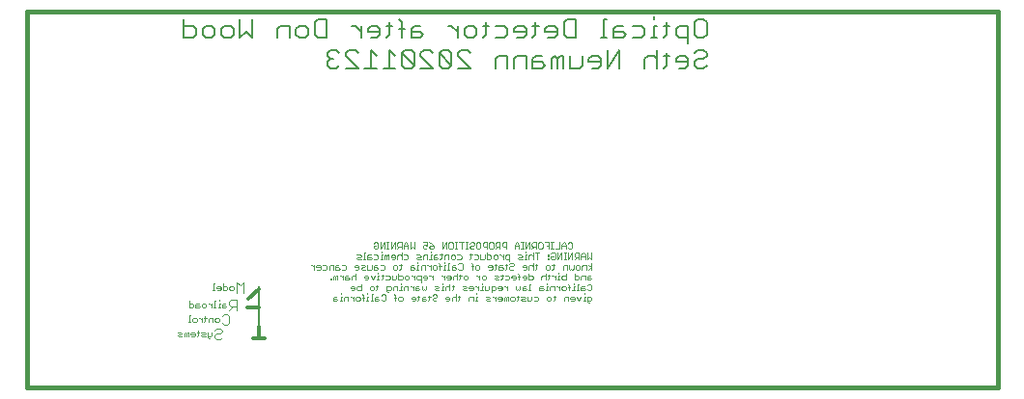
<source format=gbo>
G75*
%MOIN*%
%OFA0B0*%
%FSLAX25Y25*%
%IPPOS*%
%LPD*%
%AMOC8*
5,1,8,0,0,1.08239X$1,22.5*
%
%ADD10C,0.00700*%
%ADD11C,0.01600*%
%ADD12C,0.01200*%
%ADD13C,0.00500*%
%ADD14C,0.00300*%
%ADD15C,0.00200*%
D10*
X0056069Y0122650D02*
X0059222Y0122650D01*
X0060273Y0123701D01*
X0060273Y0125803D01*
X0059222Y0126854D01*
X0056069Y0126854D01*
X0056069Y0128955D02*
X0056069Y0122650D01*
X0062515Y0123701D02*
X0062515Y0125803D01*
X0063566Y0126854D01*
X0065668Y0126854D01*
X0066719Y0125803D01*
X0066719Y0123701D01*
X0065668Y0122650D01*
X0063566Y0122650D01*
X0062515Y0123701D01*
X0068960Y0123701D02*
X0068960Y0125803D01*
X0070011Y0126854D01*
X0072113Y0126854D01*
X0073164Y0125803D01*
X0073164Y0123701D01*
X0072113Y0122650D01*
X0070011Y0122650D01*
X0068960Y0123701D01*
X0075406Y0122650D02*
X0075406Y0128955D01*
X0079610Y0128955D02*
X0079610Y0122650D01*
X0077508Y0124752D01*
X0075406Y0122650D01*
X0088297Y0122650D02*
X0088297Y0125803D01*
X0089348Y0126854D01*
X0092501Y0126854D01*
X0092501Y0122650D01*
X0094742Y0123701D02*
X0094742Y0125803D01*
X0095793Y0126854D01*
X0097895Y0126854D01*
X0098946Y0125803D01*
X0098946Y0123701D01*
X0097895Y0122650D01*
X0095793Y0122650D01*
X0094742Y0123701D01*
X0101188Y0123701D02*
X0101188Y0127904D01*
X0102239Y0128955D01*
X0105392Y0128955D01*
X0105392Y0122650D01*
X0102239Y0122650D01*
X0101188Y0123701D01*
X0106536Y0118455D02*
X0105485Y0117404D01*
X0105485Y0116354D01*
X0106536Y0115303D01*
X0105485Y0114252D01*
X0105485Y0113201D01*
X0106536Y0112150D01*
X0108638Y0112150D01*
X0109689Y0113201D01*
X0111930Y0112150D02*
X0116134Y0112150D01*
X0111930Y0116354D01*
X0111930Y0117404D01*
X0112981Y0118455D01*
X0115083Y0118455D01*
X0116134Y0117404D01*
X0120478Y0118455D02*
X0120478Y0112150D01*
X0122580Y0112150D02*
X0118376Y0112150D01*
X0122580Y0116354D02*
X0120478Y0118455D01*
X0120501Y0122650D02*
X0122603Y0122650D01*
X0123654Y0123701D01*
X0123654Y0125803D01*
X0122603Y0126854D01*
X0120501Y0126854D01*
X0119450Y0125803D01*
X0119450Y0124752D01*
X0123654Y0124752D01*
X0125849Y0126854D02*
X0127951Y0126854D01*
X0126900Y0127904D02*
X0126900Y0123701D01*
X0125849Y0122650D01*
X0126923Y0118455D02*
X0126923Y0112150D01*
X0129025Y0112150D02*
X0124821Y0112150D01*
X0129025Y0116354D02*
X0126923Y0118455D01*
X0131267Y0117404D02*
X0131267Y0113201D01*
X0132318Y0112150D01*
X0134420Y0112150D01*
X0135471Y0113201D01*
X0131267Y0117404D01*
X0132318Y0118455D01*
X0134420Y0118455D01*
X0135471Y0117404D01*
X0135471Y0113201D01*
X0137712Y0112150D02*
X0141916Y0112150D01*
X0137712Y0116354D01*
X0137712Y0117404D01*
X0138763Y0118455D01*
X0140865Y0118455D01*
X0141916Y0117404D01*
X0144158Y0117404D02*
X0148362Y0113201D01*
X0147311Y0112150D01*
X0145209Y0112150D01*
X0144158Y0113201D01*
X0144158Y0117404D01*
X0145209Y0118455D01*
X0147311Y0118455D01*
X0148362Y0117404D01*
X0148362Y0113201D01*
X0150603Y0112150D02*
X0154807Y0112150D01*
X0150603Y0116354D01*
X0150603Y0117404D01*
X0151654Y0118455D01*
X0153756Y0118455D01*
X0154807Y0117404D01*
X0153803Y0122650D02*
X0152752Y0123701D01*
X0152752Y0125803D01*
X0153803Y0126854D01*
X0155905Y0126854D01*
X0156956Y0125803D01*
X0156956Y0123701D01*
X0155905Y0122650D01*
X0153803Y0122650D01*
X0150510Y0122650D02*
X0150510Y0126854D01*
X0150510Y0124752D02*
X0148408Y0126854D01*
X0147357Y0126854D01*
X0138693Y0123701D02*
X0137642Y0124752D01*
X0134490Y0124752D01*
X0134490Y0125803D02*
X0134490Y0122650D01*
X0137642Y0122650D01*
X0138693Y0123701D01*
X0137642Y0126854D02*
X0135541Y0126854D01*
X0134490Y0125803D01*
X0132248Y0125803D02*
X0130146Y0125803D01*
X0131197Y0127904D02*
X0130146Y0128955D01*
X0131197Y0127904D02*
X0131197Y0122650D01*
X0117208Y0122650D02*
X0117208Y0126854D01*
X0115107Y0126854D02*
X0117208Y0124752D01*
X0115107Y0126854D02*
X0114056Y0126854D01*
X0108638Y0118455D02*
X0106536Y0118455D01*
X0108638Y0118455D02*
X0109689Y0117404D01*
X0107587Y0115303D02*
X0106536Y0115303D01*
X0159151Y0122650D02*
X0160202Y0123701D01*
X0160202Y0127904D01*
X0161253Y0126854D02*
X0159151Y0126854D01*
X0163494Y0126854D02*
X0166647Y0126854D01*
X0167698Y0125803D01*
X0167698Y0123701D01*
X0166647Y0122650D01*
X0163494Y0122650D01*
X0164545Y0116354D02*
X0163494Y0115303D01*
X0163494Y0112150D01*
X0164545Y0116354D02*
X0167698Y0116354D01*
X0167698Y0112150D01*
X0169940Y0112150D02*
X0169940Y0115303D01*
X0170991Y0116354D01*
X0174144Y0116354D01*
X0174144Y0112150D01*
X0176385Y0112150D02*
X0179538Y0112150D01*
X0180589Y0113201D01*
X0179538Y0114252D01*
X0176385Y0114252D01*
X0176385Y0115303D02*
X0176385Y0112150D01*
X0176385Y0115303D02*
X0177436Y0116354D01*
X0179538Y0116354D01*
X0182831Y0115303D02*
X0182831Y0112150D01*
X0184933Y0112150D02*
X0184933Y0115303D01*
X0183882Y0116354D01*
X0182831Y0115303D01*
X0184933Y0115303D02*
X0185984Y0116354D01*
X0187035Y0116354D01*
X0187035Y0112150D01*
X0189276Y0112150D02*
X0189276Y0116354D01*
X0189276Y0112150D02*
X0192429Y0112150D01*
X0193480Y0113201D01*
X0193480Y0116354D01*
X0195722Y0115303D02*
X0196773Y0116354D01*
X0198875Y0116354D01*
X0199926Y0115303D01*
X0199926Y0113201D01*
X0198875Y0112150D01*
X0196773Y0112150D01*
X0195722Y0114252D02*
X0199926Y0114252D01*
X0202167Y0112150D02*
X0202167Y0118455D01*
X0202074Y0122650D02*
X0199972Y0122650D01*
X0201023Y0122650D02*
X0201023Y0128955D01*
X0202074Y0128955D01*
X0204316Y0125803D02*
X0204316Y0122650D01*
X0207469Y0122650D01*
X0208520Y0123701D01*
X0207469Y0124752D01*
X0204316Y0124752D01*
X0204316Y0125803D02*
X0205367Y0126854D01*
X0207469Y0126854D01*
X0210761Y0126854D02*
X0213914Y0126854D01*
X0214965Y0125803D01*
X0214965Y0123701D01*
X0213914Y0122650D01*
X0210761Y0122650D01*
X0206371Y0118455D02*
X0202167Y0112150D01*
X0206371Y0112150D02*
X0206371Y0118455D01*
X0215058Y0115303D02*
X0215058Y0112150D01*
X0215058Y0115303D02*
X0216109Y0116354D01*
X0218211Y0116354D01*
X0219262Y0115303D01*
X0221457Y0116354D02*
X0223559Y0116354D01*
X0222508Y0117404D02*
X0222508Y0113201D01*
X0221457Y0112150D01*
X0219262Y0112150D02*
X0219262Y0118455D01*
X0219262Y0122650D02*
X0217160Y0122650D01*
X0218211Y0122650D02*
X0218211Y0126854D01*
X0219262Y0126854D01*
X0221457Y0126854D02*
X0223559Y0126854D01*
X0222508Y0127904D02*
X0222508Y0123701D01*
X0221457Y0122650D01*
X0225801Y0123701D02*
X0225801Y0125803D01*
X0226852Y0126854D01*
X0230005Y0126854D01*
X0230005Y0120548D01*
X0230005Y0122650D02*
X0226852Y0122650D01*
X0225801Y0123701D01*
X0226852Y0116354D02*
X0225801Y0115303D01*
X0225801Y0114252D01*
X0230005Y0114252D01*
X0230005Y0115303D02*
X0228954Y0116354D01*
X0226852Y0116354D01*
X0230005Y0115303D02*
X0230005Y0113201D01*
X0228954Y0112150D01*
X0226852Y0112150D01*
X0232246Y0113201D02*
X0233297Y0112150D01*
X0235399Y0112150D01*
X0236450Y0113201D01*
X0235399Y0115303D02*
X0233297Y0115303D01*
X0232246Y0114252D01*
X0232246Y0113201D01*
X0235399Y0115303D02*
X0236450Y0116354D01*
X0236450Y0117404D01*
X0235399Y0118455D01*
X0233297Y0118455D01*
X0232246Y0117404D01*
X0233297Y0122650D02*
X0232246Y0123701D01*
X0232246Y0127904D01*
X0233297Y0128955D01*
X0235399Y0128955D01*
X0236450Y0127904D01*
X0236450Y0123701D01*
X0235399Y0122650D01*
X0233297Y0122650D01*
X0218211Y0128955D02*
X0218211Y0130006D01*
X0195722Y0115303D02*
X0195722Y0114252D01*
X0191332Y0122650D02*
X0188179Y0122650D01*
X0187128Y0123701D01*
X0187128Y0127904D01*
X0188179Y0128955D01*
X0191332Y0128955D01*
X0191332Y0122650D01*
X0184886Y0123701D02*
X0184886Y0125803D01*
X0183835Y0126854D01*
X0181733Y0126854D01*
X0180682Y0125803D01*
X0180682Y0124752D01*
X0184886Y0124752D01*
X0184886Y0123701D02*
X0183835Y0122650D01*
X0181733Y0122650D01*
X0177390Y0123701D02*
X0177390Y0127904D01*
X0178441Y0126854D02*
X0176339Y0126854D01*
X0174144Y0125803D02*
X0174144Y0123701D01*
X0173093Y0122650D01*
X0170991Y0122650D01*
X0169940Y0124752D02*
X0174144Y0124752D01*
X0174144Y0125803D02*
X0173093Y0126854D01*
X0170991Y0126854D01*
X0169940Y0125803D01*
X0169940Y0124752D01*
X0176339Y0122650D02*
X0177390Y0123701D01*
D11*
X0001800Y0131800D02*
X0001800Y0001800D01*
X0336800Y0001800D01*
X0336800Y0131800D01*
X0001800Y0131800D01*
D12*
X0081800Y0035800D02*
X0078300Y0032300D01*
X0077800Y0029300D02*
X0081800Y0029300D01*
X0081800Y0022800D02*
X0081800Y0018800D01*
X0079800Y0018800D01*
X0081800Y0018800D02*
X0083800Y0018800D01*
D13*
X0081800Y0022800D02*
X0081800Y0029300D01*
X0081800Y0035800D01*
X0081800Y0036800D01*
D14*
X0076650Y0038153D02*
X0075416Y0036919D01*
X0074181Y0038153D01*
X0074181Y0034450D01*
X0074150Y0032153D02*
X0072298Y0032153D01*
X0071681Y0031536D01*
X0071681Y0030302D01*
X0072298Y0029684D01*
X0074150Y0029684D01*
X0074150Y0028450D02*
X0074150Y0032153D01*
X0072916Y0029684D02*
X0071681Y0028450D01*
X0071033Y0027153D02*
X0071650Y0026536D01*
X0071650Y0024067D01*
X0071033Y0023450D01*
X0069798Y0023450D01*
X0069181Y0024067D01*
X0068533Y0022153D02*
X0069150Y0021536D01*
X0069150Y0020919D01*
X0068533Y0020302D01*
X0067298Y0020302D01*
X0066681Y0019684D01*
X0066681Y0019067D01*
X0067298Y0018450D01*
X0068533Y0018450D01*
X0069150Y0019067D01*
X0068533Y0022153D02*
X0067298Y0022153D01*
X0066681Y0021536D01*
X0069181Y0026536D02*
X0069798Y0027153D01*
X0071033Y0027153D01*
X0076650Y0034450D02*
X0076650Y0038153D01*
D15*
X0073200Y0036501D02*
X0073200Y0035767D01*
X0072833Y0035400D01*
X0072099Y0035400D01*
X0071732Y0035767D01*
X0071732Y0036501D01*
X0072099Y0036868D01*
X0072833Y0036868D01*
X0073200Y0036501D01*
X0070990Y0036501D02*
X0070623Y0036868D01*
X0069522Y0036868D01*
X0069522Y0037602D02*
X0069522Y0035400D01*
X0070623Y0035400D01*
X0070990Y0035767D01*
X0070990Y0036501D01*
X0068780Y0036501D02*
X0068413Y0036868D01*
X0067679Y0036868D01*
X0067312Y0036501D01*
X0067312Y0036134D01*
X0068780Y0036134D01*
X0068780Y0035767D02*
X0068780Y0036501D01*
X0068780Y0035767D02*
X0068413Y0035400D01*
X0067679Y0035400D01*
X0066570Y0035400D02*
X0065836Y0035400D01*
X0066203Y0035400D02*
X0066203Y0037602D01*
X0066570Y0037602D01*
X0068123Y0031969D02*
X0068123Y0031602D01*
X0068123Y0030868D02*
X0068123Y0029400D01*
X0068490Y0029400D02*
X0067756Y0029400D01*
X0067017Y0029400D02*
X0066283Y0029400D01*
X0066650Y0029400D02*
X0066650Y0031602D01*
X0067017Y0031602D01*
X0068123Y0030868D02*
X0068490Y0030868D01*
X0069232Y0030501D02*
X0069232Y0029400D01*
X0070333Y0029400D01*
X0070700Y0029767D01*
X0070333Y0030134D01*
X0069232Y0030134D01*
X0069232Y0030501D02*
X0069599Y0030868D01*
X0070333Y0030868D01*
X0065544Y0030868D02*
X0065544Y0029400D01*
X0065544Y0030134D02*
X0064810Y0030868D01*
X0064443Y0030868D01*
X0063702Y0030501D02*
X0063702Y0029767D01*
X0063335Y0029400D01*
X0062601Y0029400D01*
X0062234Y0029767D01*
X0062234Y0030501D01*
X0062601Y0030868D01*
X0063335Y0030868D01*
X0063702Y0030501D01*
X0061492Y0029767D02*
X0061125Y0030134D01*
X0060024Y0030134D01*
X0060024Y0030501D02*
X0060024Y0029400D01*
X0061125Y0029400D01*
X0061492Y0029767D01*
X0061125Y0030868D02*
X0060391Y0030868D01*
X0060024Y0030501D01*
X0059282Y0030501D02*
X0059282Y0029767D01*
X0058915Y0029400D01*
X0057814Y0029400D01*
X0057814Y0031602D01*
X0057814Y0030868D02*
X0058915Y0030868D01*
X0059282Y0030501D01*
X0058256Y0026602D02*
X0057889Y0026602D01*
X0057889Y0024400D01*
X0058256Y0024400D02*
X0057522Y0024400D01*
X0058998Y0024767D02*
X0058998Y0025501D01*
X0059364Y0025868D01*
X0060098Y0025868D01*
X0060465Y0025501D01*
X0060465Y0024767D01*
X0060098Y0024400D01*
X0059364Y0024400D01*
X0058998Y0024767D01*
X0061206Y0025868D02*
X0061573Y0025868D01*
X0062307Y0025134D01*
X0062307Y0024400D02*
X0062307Y0025868D01*
X0063046Y0025868D02*
X0063780Y0025868D01*
X0063413Y0026235D02*
X0063413Y0024767D01*
X0063046Y0024400D01*
X0064522Y0024400D02*
X0064522Y0025501D01*
X0064889Y0025868D01*
X0065990Y0025868D01*
X0065990Y0024400D01*
X0066732Y0024767D02*
X0066732Y0025501D01*
X0067099Y0025868D01*
X0067833Y0025868D01*
X0068200Y0025501D01*
X0068200Y0024767D01*
X0067833Y0024400D01*
X0067099Y0024400D01*
X0066732Y0024767D01*
X0065700Y0020868D02*
X0065700Y0019767D01*
X0065333Y0019400D01*
X0064232Y0019400D01*
X0064232Y0019033D02*
X0064599Y0018666D01*
X0064966Y0018666D01*
X0064232Y0019033D02*
X0064232Y0020868D01*
X0063490Y0020501D02*
X0063123Y0020868D01*
X0062022Y0020868D01*
X0061280Y0020868D02*
X0060546Y0020868D01*
X0060913Y0021235D02*
X0060913Y0019767D01*
X0060546Y0019400D01*
X0059807Y0019767D02*
X0059807Y0020501D01*
X0059440Y0020868D01*
X0058706Y0020868D01*
X0058339Y0020501D01*
X0058339Y0020134D01*
X0059807Y0020134D01*
X0059807Y0019767D02*
X0059440Y0019400D01*
X0058706Y0019400D01*
X0057597Y0019400D02*
X0057597Y0020868D01*
X0057230Y0020868D01*
X0056863Y0020501D01*
X0056496Y0020868D01*
X0056129Y0020501D01*
X0056129Y0019400D01*
X0056863Y0019400D02*
X0056863Y0020501D01*
X0055387Y0020501D02*
X0055020Y0020868D01*
X0053919Y0020868D01*
X0054286Y0020134D02*
X0055020Y0020134D01*
X0055387Y0020501D01*
X0055387Y0019400D02*
X0054286Y0019400D01*
X0053919Y0019767D01*
X0054286Y0020134D01*
X0062022Y0019767D02*
X0062389Y0020134D01*
X0063123Y0020134D01*
X0063490Y0020501D01*
X0063490Y0019400D02*
X0062389Y0019400D01*
X0062022Y0019767D01*
X0099838Y0043968D02*
X0100205Y0043968D01*
X0100939Y0043234D01*
X0100939Y0042500D02*
X0100939Y0043968D01*
X0101681Y0043601D02*
X0101681Y0043234D01*
X0103148Y0043234D01*
X0103148Y0043601D02*
X0102781Y0043968D01*
X0102047Y0043968D01*
X0101681Y0043601D01*
X0102047Y0042500D02*
X0102781Y0042500D01*
X0103148Y0042867D01*
X0103148Y0043601D01*
X0103890Y0043968D02*
X0104991Y0043968D01*
X0105358Y0043601D01*
X0105358Y0042867D01*
X0104991Y0042500D01*
X0103890Y0042500D01*
X0106100Y0042500D02*
X0106100Y0043601D01*
X0106467Y0043968D01*
X0107568Y0043968D01*
X0107568Y0042500D01*
X0108310Y0042500D02*
X0108310Y0043601D01*
X0108677Y0043968D01*
X0109411Y0043968D01*
X0109411Y0043234D02*
X0108310Y0043234D01*
X0108310Y0042500D02*
X0109411Y0042500D01*
X0109778Y0042867D01*
X0109411Y0043234D01*
X0110520Y0043968D02*
X0111621Y0043968D01*
X0111988Y0043601D01*
X0111988Y0042867D01*
X0111621Y0042500D01*
X0110520Y0042500D01*
X0110883Y0040368D02*
X0110883Y0038900D01*
X0110883Y0039634D02*
X0110149Y0040368D01*
X0109782Y0040368D01*
X0109041Y0040368D02*
X0108674Y0040368D01*
X0108307Y0040001D01*
X0107940Y0040368D01*
X0107573Y0040001D01*
X0107573Y0038900D01*
X0108307Y0038900D02*
X0108307Y0040001D01*
X0109041Y0040368D02*
X0109041Y0038900D01*
X0106832Y0038900D02*
X0106465Y0038900D01*
X0106465Y0039267D01*
X0106832Y0039267D01*
X0106832Y0038900D01*
X0111625Y0038900D02*
X0112726Y0038900D01*
X0113093Y0039267D01*
X0112726Y0039634D01*
X0111625Y0039634D01*
X0111625Y0040001D02*
X0111625Y0038900D01*
X0111625Y0040001D02*
X0111992Y0040368D01*
X0112726Y0040368D01*
X0113835Y0040001D02*
X0113835Y0038900D01*
X0113835Y0040001D02*
X0114202Y0040368D01*
X0114936Y0040368D01*
X0115303Y0040001D01*
X0115303Y0041102D02*
X0115303Y0038900D01*
X0114567Y0036768D02*
X0113834Y0036768D01*
X0113467Y0036401D01*
X0113467Y0036034D01*
X0114934Y0036034D01*
X0114934Y0036401D02*
X0114567Y0036768D01*
X0114934Y0036401D02*
X0114934Y0035667D01*
X0114567Y0035300D01*
X0113834Y0035300D01*
X0115676Y0035667D02*
X0115676Y0036401D01*
X0116043Y0036768D01*
X0117144Y0036768D01*
X0117144Y0037502D02*
X0117144Y0035300D01*
X0116043Y0035300D01*
X0115676Y0035667D01*
X0115675Y0033168D02*
X0116409Y0033168D01*
X0116776Y0032801D01*
X0116776Y0032067D01*
X0116409Y0031700D01*
X0115675Y0031700D01*
X0115308Y0032067D01*
X0115308Y0032801D01*
X0115675Y0033168D01*
X0114566Y0033168D02*
X0114566Y0031700D01*
X0114566Y0032434D02*
X0113832Y0033168D01*
X0113465Y0033168D01*
X0112725Y0033168D02*
X0111624Y0033168D01*
X0111257Y0032801D01*
X0111257Y0031700D01*
X0110515Y0031700D02*
X0109781Y0031700D01*
X0110148Y0031700D02*
X0110148Y0033168D01*
X0110515Y0033168D01*
X0110148Y0033902D02*
X0110148Y0034269D01*
X0108674Y0033168D02*
X0107941Y0033168D01*
X0107574Y0032801D01*
X0107574Y0031700D01*
X0108674Y0031700D01*
X0109041Y0032067D01*
X0108674Y0032434D01*
X0107574Y0032434D01*
X0112725Y0031700D02*
X0112725Y0033168D01*
X0117515Y0032801D02*
X0118249Y0032801D01*
X0117882Y0033535D02*
X0117515Y0033902D01*
X0117882Y0033535D02*
X0117882Y0031700D01*
X0118989Y0031700D02*
X0119723Y0031700D01*
X0119356Y0031700D02*
X0119356Y0033168D01*
X0119723Y0033168D01*
X0119356Y0033902D02*
X0119356Y0034269D01*
X0120463Y0035300D02*
X0120096Y0035667D01*
X0120096Y0036401D01*
X0120463Y0036768D01*
X0121197Y0036768D01*
X0121564Y0036401D01*
X0121564Y0035667D01*
X0121197Y0035300D01*
X0120463Y0035300D01*
X0120829Y0033902D02*
X0120829Y0031700D01*
X0121196Y0031700D02*
X0120462Y0031700D01*
X0121938Y0031700D02*
X0123039Y0031700D01*
X0123406Y0032067D01*
X0123039Y0032434D01*
X0121938Y0032434D01*
X0121938Y0032801D02*
X0121938Y0031700D01*
X0121938Y0032801D02*
X0122305Y0033168D01*
X0123039Y0033168D01*
X0124148Y0033535D02*
X0124515Y0033902D01*
X0125249Y0033902D01*
X0125616Y0033535D01*
X0125616Y0032067D01*
X0125249Y0031700D01*
X0124515Y0031700D01*
X0124148Y0032067D01*
X0126356Y0034566D02*
X0125989Y0034933D01*
X0125989Y0036768D01*
X0127090Y0036768D01*
X0127457Y0036401D01*
X0127457Y0035667D01*
X0127090Y0035300D01*
X0125989Y0035300D01*
X0126356Y0034566D02*
X0126723Y0034566D01*
X0128199Y0035300D02*
X0128199Y0036401D01*
X0128566Y0036768D01*
X0129667Y0036768D01*
X0129667Y0035300D01*
X0130406Y0035300D02*
X0131140Y0035300D01*
X0130773Y0035300D02*
X0130773Y0036768D01*
X0131140Y0036768D01*
X0130773Y0037502D02*
X0130773Y0037869D01*
X0131142Y0038900D02*
X0130041Y0038900D01*
X0130041Y0041102D01*
X0130041Y0040368D02*
X0131142Y0040368D01*
X0131509Y0040001D01*
X0131509Y0039267D01*
X0131142Y0038900D01*
X0132250Y0039267D02*
X0132250Y0040001D01*
X0132617Y0040368D01*
X0133351Y0040368D01*
X0133718Y0040001D01*
X0133718Y0039267D01*
X0133351Y0038900D01*
X0132617Y0038900D01*
X0132250Y0039267D01*
X0134459Y0040368D02*
X0134826Y0040368D01*
X0135560Y0039634D01*
X0135560Y0038900D02*
X0135560Y0040368D01*
X0136302Y0040001D02*
X0136302Y0039267D01*
X0136669Y0038900D01*
X0137770Y0038900D01*
X0137770Y0038166D02*
X0137770Y0040368D01*
X0136669Y0040368D01*
X0136302Y0040001D01*
X0138512Y0040001D02*
X0138512Y0039634D01*
X0139980Y0039634D01*
X0139980Y0040001D02*
X0139613Y0040368D01*
X0138879Y0040368D01*
X0138512Y0040001D01*
X0138879Y0038900D02*
X0139613Y0038900D01*
X0139980Y0039267D01*
X0139980Y0040001D01*
X0140720Y0040368D02*
X0141087Y0040368D01*
X0141821Y0039634D01*
X0141821Y0038900D02*
X0141821Y0040368D01*
X0142194Y0042500D02*
X0141827Y0042867D01*
X0141827Y0043601D01*
X0142194Y0043968D01*
X0142928Y0043968D01*
X0143295Y0043601D01*
X0143295Y0042867D01*
X0142928Y0042500D01*
X0142194Y0042500D01*
X0141085Y0042500D02*
X0141085Y0043968D01*
X0141085Y0043234D02*
X0140351Y0043968D01*
X0139984Y0043968D01*
X0139243Y0043968D02*
X0138142Y0043968D01*
X0137775Y0043601D01*
X0137775Y0042500D01*
X0137033Y0042500D02*
X0136299Y0042500D01*
X0136666Y0042500D02*
X0136666Y0043968D01*
X0137033Y0043968D01*
X0136666Y0044702D02*
X0136666Y0045069D01*
X0136669Y0046100D02*
X0136302Y0046467D01*
X0136669Y0046834D01*
X0137403Y0046834D01*
X0137770Y0047201D01*
X0137403Y0047568D01*
X0136302Y0047568D01*
X0136669Y0046100D02*
X0137770Y0046100D01*
X0138512Y0046100D02*
X0138512Y0047201D01*
X0138879Y0047568D01*
X0139980Y0047568D01*
X0139980Y0046100D01*
X0140719Y0046100D02*
X0141453Y0046100D01*
X0141086Y0046100D02*
X0141086Y0047568D01*
X0141453Y0047568D01*
X0141086Y0048302D02*
X0141086Y0048669D01*
X0141089Y0049700D02*
X0140722Y0050067D01*
X0140722Y0050434D01*
X0141089Y0050801D01*
X0142190Y0050801D01*
X0142190Y0050067D01*
X0141823Y0049700D01*
X0141089Y0049700D01*
X0139980Y0050067D02*
X0139613Y0049700D01*
X0138879Y0049700D01*
X0138512Y0050067D01*
X0138512Y0050801D01*
X0138879Y0051168D01*
X0139246Y0051168D01*
X0139980Y0050801D01*
X0139980Y0051902D01*
X0138512Y0051902D01*
X0140722Y0051902D02*
X0141456Y0051535D01*
X0142190Y0050801D01*
X0145141Y0049700D02*
X0145141Y0051902D01*
X0146609Y0051902D02*
X0145141Y0049700D01*
X0146609Y0049700D02*
X0146609Y0051902D01*
X0147351Y0051535D02*
X0147718Y0051902D01*
X0148452Y0051902D01*
X0148819Y0051535D01*
X0148819Y0050067D01*
X0148452Y0049700D01*
X0147718Y0049700D01*
X0147351Y0050067D01*
X0147351Y0051535D01*
X0149559Y0051902D02*
X0150293Y0051902D01*
X0149926Y0051902D02*
X0149926Y0049700D01*
X0150293Y0049700D02*
X0149559Y0049700D01*
X0149189Y0047568D02*
X0149556Y0047201D01*
X0149556Y0046467D01*
X0149189Y0046100D01*
X0148455Y0046100D01*
X0148088Y0046467D01*
X0148088Y0047201D01*
X0148455Y0047568D01*
X0149189Y0047568D01*
X0150298Y0047568D02*
X0151399Y0047568D01*
X0151766Y0047201D01*
X0151766Y0046467D01*
X0151399Y0046100D01*
X0150298Y0046100D01*
X0151033Y0044702D02*
X0151767Y0044702D01*
X0152134Y0044335D01*
X0152134Y0042867D01*
X0151767Y0042500D01*
X0151033Y0042500D01*
X0150666Y0042867D01*
X0149924Y0042867D02*
X0149557Y0043234D01*
X0148456Y0043234D01*
X0148456Y0043601D02*
X0148456Y0042500D01*
X0149557Y0042500D01*
X0149924Y0042867D01*
X0149557Y0043968D02*
X0148823Y0043968D01*
X0148456Y0043601D01*
X0147714Y0044702D02*
X0147347Y0044702D01*
X0147347Y0042500D01*
X0147714Y0042500D02*
X0146980Y0042500D01*
X0146241Y0042500D02*
X0145507Y0042500D01*
X0145874Y0042500D02*
X0145874Y0043968D01*
X0146241Y0043968D01*
X0145874Y0044702D02*
X0145874Y0045069D01*
X0145878Y0046100D02*
X0145878Y0047201D01*
X0146245Y0047568D01*
X0147346Y0047568D01*
X0147346Y0046100D01*
X0144769Y0046467D02*
X0144769Y0047935D01*
X0145136Y0047568D02*
X0144402Y0047568D01*
X0143296Y0047568D02*
X0142562Y0047568D01*
X0142195Y0047201D01*
X0142195Y0046100D01*
X0143296Y0046100D01*
X0143663Y0046467D01*
X0143296Y0046834D01*
X0142195Y0046834D01*
X0144402Y0046100D02*
X0144769Y0046467D01*
X0144034Y0044702D02*
X0144401Y0044335D01*
X0144401Y0042500D01*
X0144768Y0043601D02*
X0144034Y0043601D01*
X0144772Y0040368D02*
X0145139Y0040368D01*
X0145873Y0039634D01*
X0145873Y0038900D02*
X0145873Y0040368D01*
X0146615Y0040001D02*
X0146615Y0039634D01*
X0148083Y0039634D01*
X0148083Y0040001D02*
X0147716Y0040368D01*
X0146982Y0040368D01*
X0146615Y0040001D01*
X0146982Y0038900D02*
X0147716Y0038900D01*
X0148083Y0039267D01*
X0148083Y0040001D01*
X0148825Y0040001D02*
X0148825Y0038900D01*
X0148825Y0040001D02*
X0149192Y0040368D01*
X0149926Y0040368D01*
X0150293Y0040001D01*
X0151032Y0040368D02*
X0151766Y0040368D01*
X0151399Y0040735D02*
X0151399Y0039267D01*
X0151032Y0038900D01*
X0150293Y0038900D02*
X0150293Y0041102D01*
X0152508Y0040001D02*
X0152875Y0040368D01*
X0153609Y0040368D01*
X0153976Y0040001D01*
X0153976Y0039267D01*
X0153609Y0038900D01*
X0152875Y0038900D01*
X0152508Y0039267D01*
X0152508Y0040001D01*
X0152139Y0036768D02*
X0153240Y0036768D01*
X0153607Y0036401D01*
X0153240Y0036034D01*
X0152506Y0036034D01*
X0152139Y0035667D01*
X0152506Y0035300D01*
X0153607Y0035300D01*
X0154349Y0036034D02*
X0155817Y0036034D01*
X0155817Y0036401D02*
X0155450Y0036768D01*
X0154716Y0036768D01*
X0154349Y0036401D01*
X0154349Y0036034D01*
X0154716Y0035300D02*
X0155450Y0035300D01*
X0155817Y0035667D01*
X0155817Y0036401D01*
X0156558Y0036768D02*
X0156925Y0036768D01*
X0157659Y0036034D01*
X0157659Y0035300D02*
X0157659Y0036768D01*
X0158765Y0036768D02*
X0158765Y0035300D01*
X0159132Y0035300D02*
X0158398Y0035300D01*
X0159874Y0035300D02*
X0159874Y0036768D01*
X0159132Y0036768D02*
X0158765Y0036768D01*
X0158765Y0037502D02*
X0158765Y0037869D01*
X0159136Y0038900D02*
X0158769Y0039267D01*
X0158769Y0040001D01*
X0159136Y0040368D01*
X0159870Y0040368D01*
X0160237Y0040001D01*
X0160237Y0039267D01*
X0159870Y0038900D01*
X0159136Y0038900D01*
X0158027Y0038900D02*
X0158027Y0040368D01*
X0157293Y0040368D02*
X0156926Y0040368D01*
X0157293Y0040368D02*
X0158027Y0039634D01*
X0157660Y0042500D02*
X0158027Y0042867D01*
X0158027Y0043601D01*
X0157660Y0043968D01*
X0156926Y0043968D01*
X0156559Y0043601D01*
X0156559Y0042867D01*
X0156926Y0042500D01*
X0157660Y0042500D01*
X0155817Y0043601D02*
X0155083Y0043601D01*
X0155450Y0044335D02*
X0155083Y0044702D01*
X0155450Y0044335D02*
X0155450Y0042500D01*
X0154715Y0046100D02*
X0155082Y0046467D01*
X0155082Y0047935D01*
X0155449Y0047568D02*
X0154715Y0047568D01*
X0156191Y0047568D02*
X0157292Y0047568D01*
X0157659Y0047201D01*
X0157659Y0046467D01*
X0157292Y0046100D01*
X0156191Y0046100D01*
X0158401Y0046100D02*
X0158401Y0047568D01*
X0159869Y0047568D02*
X0159869Y0046467D01*
X0159502Y0046100D01*
X0158401Y0046100D01*
X0160611Y0046100D02*
X0160611Y0048302D01*
X0160611Y0047568D02*
X0161712Y0047568D01*
X0162079Y0047201D01*
X0162079Y0046467D01*
X0161712Y0046100D01*
X0160611Y0046100D01*
X0162821Y0046467D02*
X0162821Y0047201D01*
X0163188Y0047568D01*
X0163921Y0047568D01*
X0164288Y0047201D01*
X0164288Y0046467D01*
X0163921Y0046100D01*
X0163188Y0046100D01*
X0162821Y0046467D01*
X0163553Y0044335D02*
X0163553Y0042867D01*
X0163186Y0042500D01*
X0162447Y0042867D02*
X0162447Y0043601D01*
X0162080Y0043968D01*
X0161346Y0043968D01*
X0160979Y0043601D01*
X0160979Y0043234D01*
X0162447Y0043234D01*
X0162447Y0042867D02*
X0162080Y0042500D01*
X0161346Y0042500D01*
X0163186Y0043968D02*
X0163920Y0043968D01*
X0164662Y0043601D02*
X0164662Y0042500D01*
X0165763Y0042500D01*
X0166130Y0042867D01*
X0165763Y0043234D01*
X0164662Y0043234D01*
X0164662Y0043601D02*
X0165029Y0043968D01*
X0165763Y0043968D01*
X0166869Y0043968D02*
X0167603Y0043968D01*
X0167236Y0044335D02*
X0167236Y0042867D01*
X0166869Y0042500D01*
X0168345Y0042867D02*
X0168345Y0043234D01*
X0168712Y0043601D01*
X0169446Y0043601D01*
X0169813Y0043968D01*
X0169813Y0044335D01*
X0169446Y0044702D01*
X0168712Y0044702D01*
X0168345Y0044335D01*
X0168340Y0045366D02*
X0168340Y0047568D01*
X0167239Y0047568D01*
X0166872Y0047201D01*
X0166872Y0046467D01*
X0167239Y0046100D01*
X0168340Y0046100D01*
X0166130Y0046100D02*
X0166130Y0047568D01*
X0165396Y0047568D02*
X0165029Y0047568D01*
X0165396Y0047568D02*
X0166130Y0046834D01*
X0165025Y0049700D02*
X0165025Y0051902D01*
X0163924Y0051902D01*
X0163557Y0051535D01*
X0163557Y0050801D01*
X0163924Y0050434D01*
X0165025Y0050434D01*
X0164291Y0050434D02*
X0163557Y0049700D01*
X0162815Y0050067D02*
X0162448Y0049700D01*
X0161714Y0049700D01*
X0161347Y0050067D01*
X0161347Y0051535D01*
X0161714Y0051902D01*
X0162448Y0051902D01*
X0162815Y0051535D01*
X0162815Y0050067D01*
X0160605Y0050434D02*
X0159504Y0050434D01*
X0159137Y0050801D01*
X0159137Y0051535D01*
X0159504Y0051902D01*
X0160605Y0051902D01*
X0160605Y0049700D01*
X0158395Y0050067D02*
X0158395Y0051535D01*
X0158028Y0051902D01*
X0157294Y0051902D01*
X0156928Y0051535D01*
X0156928Y0050067D01*
X0157294Y0049700D01*
X0158028Y0049700D01*
X0158395Y0050067D01*
X0156186Y0050067D02*
X0155819Y0049700D01*
X0155085Y0049700D01*
X0154718Y0050067D01*
X0154718Y0050434D01*
X0155085Y0050801D01*
X0155819Y0050801D01*
X0156186Y0051168D01*
X0156186Y0051535D01*
X0155819Y0051902D01*
X0155085Y0051902D01*
X0154718Y0051535D01*
X0153976Y0051902D02*
X0153242Y0051902D01*
X0153609Y0051902D02*
X0153609Y0049700D01*
X0153976Y0049700D02*
X0153242Y0049700D01*
X0151768Y0049700D02*
X0151768Y0051902D01*
X0152502Y0051902D02*
X0151034Y0051902D01*
X0151033Y0044702D02*
X0150666Y0044335D01*
X0148821Y0037135D02*
X0148821Y0035667D01*
X0148454Y0035300D01*
X0147714Y0035300D02*
X0147714Y0037502D01*
X0147347Y0036768D02*
X0146613Y0036768D01*
X0146246Y0036401D01*
X0146246Y0035300D01*
X0145504Y0035300D02*
X0144770Y0035300D01*
X0145137Y0035300D02*
X0145137Y0036768D01*
X0145504Y0036768D01*
X0145137Y0037502D02*
X0145137Y0037869D01*
X0144031Y0036401D02*
X0143664Y0036768D01*
X0142563Y0036768D01*
X0142930Y0036034D02*
X0143664Y0036034D01*
X0144031Y0036401D01*
X0144031Y0035300D02*
X0142930Y0035300D01*
X0142563Y0035667D01*
X0142930Y0036034D01*
X0142928Y0033902D02*
X0143295Y0033535D01*
X0143295Y0033168D01*
X0142928Y0032801D01*
X0142194Y0032801D01*
X0141827Y0032434D01*
X0141827Y0032067D01*
X0142194Y0031700D01*
X0142928Y0031700D01*
X0143295Y0032067D01*
X0142928Y0033902D02*
X0142194Y0033902D01*
X0141827Y0033535D01*
X0141085Y0033168D02*
X0140351Y0033168D01*
X0140718Y0033535D02*
X0140718Y0032067D01*
X0140351Y0031700D01*
X0139611Y0032067D02*
X0139244Y0032434D01*
X0138144Y0032434D01*
X0138144Y0032801D02*
X0138144Y0031700D01*
X0139244Y0031700D01*
X0139611Y0032067D01*
X0139244Y0033168D02*
X0138511Y0033168D01*
X0138144Y0032801D01*
X0137402Y0033168D02*
X0136668Y0033168D01*
X0137035Y0033535D02*
X0137035Y0032067D01*
X0136668Y0031700D01*
X0135928Y0032067D02*
X0135928Y0032801D01*
X0135561Y0033168D01*
X0134827Y0033168D01*
X0134460Y0032801D01*
X0134460Y0032434D01*
X0135928Y0032434D01*
X0135928Y0032067D02*
X0135561Y0031700D01*
X0134827Y0031700D01*
X0131509Y0032067D02*
X0131142Y0031700D01*
X0130408Y0031700D01*
X0130041Y0032067D01*
X0130041Y0032801D01*
X0130408Y0033168D01*
X0131142Y0033168D01*
X0131509Y0032801D01*
X0131509Y0032067D01*
X0129299Y0032801D02*
X0128565Y0032801D01*
X0128932Y0033535D02*
X0128565Y0033902D01*
X0128932Y0033535D02*
X0128932Y0031700D01*
X0131882Y0035300D02*
X0131882Y0036401D01*
X0132249Y0036768D01*
X0133350Y0036768D01*
X0133350Y0035300D01*
X0134091Y0036768D02*
X0134458Y0036768D01*
X0135192Y0036034D01*
X0135192Y0035300D02*
X0135192Y0036768D01*
X0135934Y0036401D02*
X0135934Y0035300D01*
X0137035Y0035300D01*
X0137402Y0035667D01*
X0137035Y0036034D01*
X0135934Y0036034D01*
X0135934Y0036401D02*
X0136301Y0036768D01*
X0137035Y0036768D01*
X0138144Y0036768D02*
X0138144Y0035667D01*
X0138510Y0035300D01*
X0138877Y0035667D01*
X0139244Y0035300D01*
X0139611Y0035667D01*
X0139611Y0036768D01*
X0139243Y0042500D02*
X0139243Y0043968D01*
X0135560Y0042867D02*
X0135193Y0043234D01*
X0134092Y0043234D01*
X0134092Y0043601D02*
X0134092Y0042500D01*
X0135193Y0042500D01*
X0135560Y0042867D01*
X0135193Y0043968D02*
X0134459Y0043968D01*
X0134092Y0043601D01*
X0132983Y0046100D02*
X0131882Y0046100D01*
X0131140Y0046100D02*
X0131140Y0048302D01*
X0130773Y0047568D02*
X0130039Y0047568D01*
X0129672Y0047201D01*
X0129672Y0046100D01*
X0128930Y0046467D02*
X0128930Y0047201D01*
X0128563Y0047568D01*
X0127829Y0047568D01*
X0127462Y0047201D01*
X0127462Y0046834D01*
X0128930Y0046834D01*
X0128930Y0046467D02*
X0128563Y0046100D01*
X0127829Y0046100D01*
X0126720Y0046100D02*
X0126720Y0047568D01*
X0126354Y0047568D01*
X0125987Y0047201D01*
X0125620Y0047568D01*
X0125253Y0047201D01*
X0125253Y0046100D01*
X0125987Y0046100D02*
X0125987Y0047201D01*
X0124511Y0047568D02*
X0124144Y0047568D01*
X0124144Y0046100D01*
X0124511Y0046100D02*
X0123777Y0046100D01*
X0123037Y0046467D02*
X0122670Y0046100D01*
X0121569Y0046100D01*
X0120827Y0046467D02*
X0120460Y0046834D01*
X0119360Y0046834D01*
X0119360Y0047201D02*
X0119360Y0046100D01*
X0120460Y0046100D01*
X0120827Y0046467D01*
X0120460Y0047568D02*
X0119727Y0047568D01*
X0119360Y0047201D01*
X0118618Y0048302D02*
X0118251Y0048302D01*
X0118251Y0046100D01*
X0118618Y0046100D02*
X0117884Y0046100D01*
X0117144Y0046100D02*
X0116043Y0046100D01*
X0115676Y0046467D01*
X0116043Y0046834D01*
X0116777Y0046834D01*
X0117144Y0047201D01*
X0116777Y0047568D01*
X0115676Y0047568D01*
X0116041Y0043968D02*
X0115307Y0043968D01*
X0114940Y0043601D01*
X0114940Y0043234D01*
X0116408Y0043234D01*
X0116408Y0043601D02*
X0116041Y0043968D01*
X0116408Y0043601D02*
X0116408Y0042867D01*
X0116041Y0042500D01*
X0115307Y0042500D01*
X0117150Y0042867D02*
X0117517Y0043234D01*
X0118251Y0043234D01*
X0118618Y0043601D01*
X0118251Y0043968D01*
X0117150Y0043968D01*
X0117150Y0042867D02*
X0117517Y0042500D01*
X0118618Y0042500D01*
X0119360Y0042500D02*
X0119360Y0043968D01*
X0120827Y0043968D02*
X0120827Y0042867D01*
X0120460Y0042500D01*
X0119360Y0042500D01*
X0119356Y0040368D02*
X0118622Y0040368D01*
X0118255Y0040001D01*
X0118255Y0039634D01*
X0119723Y0039634D01*
X0119723Y0040001D02*
X0119356Y0040368D01*
X0119723Y0040001D02*
X0119723Y0039267D01*
X0119356Y0038900D01*
X0118622Y0038900D01*
X0120464Y0040368D02*
X0121198Y0038900D01*
X0121932Y0040368D01*
X0123039Y0040368D02*
X0123039Y0038900D01*
X0123406Y0038900D02*
X0122672Y0038900D01*
X0124145Y0038900D02*
X0124512Y0039267D01*
X0124512Y0040735D01*
X0124879Y0040368D02*
X0124145Y0040368D01*
X0123406Y0040368D02*
X0123039Y0040368D01*
X0123039Y0041102D02*
X0123039Y0041469D01*
X0122670Y0042500D02*
X0123037Y0042867D01*
X0122670Y0043234D01*
X0121569Y0043234D01*
X0121569Y0043601D02*
X0121569Y0042500D01*
X0122670Y0042500D01*
X0123779Y0042500D02*
X0124880Y0042500D01*
X0125247Y0042867D01*
X0125247Y0043601D01*
X0124880Y0043968D01*
X0123779Y0043968D01*
X0122670Y0043968D02*
X0121936Y0043968D01*
X0121569Y0043601D01*
X0123037Y0046467D02*
X0123037Y0047201D01*
X0122670Y0047568D01*
X0121569Y0047568D01*
X0121936Y0049700D02*
X0121569Y0050067D01*
X0121569Y0050801D01*
X0122303Y0050801D01*
X0121569Y0051535D02*
X0121936Y0051902D01*
X0122670Y0051902D01*
X0123037Y0051535D01*
X0123037Y0050067D01*
X0122670Y0049700D01*
X0121936Y0049700D01*
X0123779Y0049700D02*
X0123779Y0051902D01*
X0125247Y0051902D02*
X0123779Y0049700D01*
X0124144Y0048669D02*
X0124144Y0048302D01*
X0125247Y0049700D02*
X0125247Y0051902D01*
X0125987Y0051902D02*
X0126720Y0051902D01*
X0126354Y0051902D02*
X0126354Y0049700D01*
X0126720Y0049700D02*
X0125987Y0049700D01*
X0127462Y0049700D02*
X0127462Y0051902D01*
X0128930Y0051902D02*
X0127462Y0049700D01*
X0128930Y0049700D02*
X0128930Y0051902D01*
X0129672Y0051535D02*
X0129672Y0050801D01*
X0130039Y0050434D01*
X0131140Y0050434D01*
X0130406Y0050434D02*
X0129672Y0049700D01*
X0131140Y0049700D02*
X0131140Y0051902D01*
X0130039Y0051902D01*
X0129672Y0051535D01*
X0131882Y0051168D02*
X0131882Y0049700D01*
X0131882Y0050801D02*
X0133350Y0050801D01*
X0133350Y0051168D02*
X0132616Y0051902D01*
X0131882Y0051168D01*
X0133350Y0051168D02*
X0133350Y0049700D01*
X0134092Y0049700D02*
X0134092Y0051902D01*
X0135560Y0051902D02*
X0135560Y0049700D01*
X0134826Y0050434D01*
X0134092Y0049700D01*
X0132983Y0047568D02*
X0133350Y0047201D01*
X0133350Y0046467D01*
X0132983Y0046100D01*
X0132983Y0047568D02*
X0131882Y0047568D01*
X0131140Y0047201D02*
X0130773Y0047568D01*
X0130773Y0044335D02*
X0130773Y0042867D01*
X0130406Y0042500D01*
X0129667Y0042867D02*
X0129667Y0043601D01*
X0129300Y0043968D01*
X0128566Y0043968D01*
X0128199Y0043601D01*
X0128199Y0042867D01*
X0128566Y0042500D01*
X0129300Y0042500D01*
X0129667Y0042867D01*
X0130406Y0043968D02*
X0131140Y0043968D01*
X0129299Y0040368D02*
X0129299Y0039267D01*
X0128932Y0038900D01*
X0127831Y0038900D01*
X0127831Y0040368D01*
X0127089Y0040001D02*
X0127089Y0039267D01*
X0126722Y0038900D01*
X0125621Y0038900D01*
X0125621Y0040368D02*
X0126722Y0040368D01*
X0127089Y0040001D01*
X0123037Y0036768D02*
X0122303Y0036768D01*
X0122670Y0037135D02*
X0122670Y0035667D01*
X0122303Y0035300D01*
X0121196Y0033902D02*
X0120829Y0033902D01*
X0146246Y0032801D02*
X0146246Y0032434D01*
X0147714Y0032434D01*
X0147714Y0032801D02*
X0147347Y0033168D01*
X0146613Y0033168D01*
X0146246Y0032801D01*
X0146613Y0031700D02*
X0147347Y0031700D01*
X0147714Y0032067D01*
X0147714Y0032801D01*
X0148456Y0032801D02*
X0148456Y0031700D01*
X0148456Y0032801D02*
X0148823Y0033168D01*
X0149557Y0033168D01*
X0149924Y0032801D01*
X0150664Y0033168D02*
X0151397Y0033168D01*
X0151030Y0033535D02*
X0151030Y0032067D01*
X0150664Y0031700D01*
X0149924Y0031700D02*
X0149924Y0033902D01*
X0149188Y0036768D02*
X0148454Y0036768D01*
X0147714Y0036401D02*
X0147347Y0036768D01*
X0154349Y0032801D02*
X0154349Y0031700D01*
X0154349Y0032801D02*
X0154716Y0033168D01*
X0155817Y0033168D01*
X0155817Y0031700D01*
X0156557Y0031700D02*
X0157290Y0031700D01*
X0156923Y0031700D02*
X0156923Y0033168D01*
X0157290Y0033168D01*
X0156923Y0033902D02*
X0156923Y0034269D01*
X0159874Y0035300D02*
X0160975Y0035300D01*
X0161342Y0035667D01*
X0161342Y0036768D01*
X0162084Y0036768D02*
X0163185Y0036768D01*
X0163552Y0036401D01*
X0163552Y0035667D01*
X0163185Y0035300D01*
X0162084Y0035300D01*
X0162084Y0034566D02*
X0162084Y0036768D01*
X0164294Y0036401D02*
X0164294Y0036034D01*
X0165762Y0036034D01*
X0165762Y0036401D02*
X0165395Y0036768D01*
X0164661Y0036768D01*
X0164294Y0036401D01*
X0164661Y0035300D02*
X0165395Y0035300D01*
X0165762Y0035667D01*
X0165762Y0036401D01*
X0166502Y0036768D02*
X0166869Y0036768D01*
X0167603Y0036034D01*
X0167603Y0035300D02*
X0167603Y0036768D01*
X0167973Y0038900D02*
X0166872Y0038900D01*
X0167973Y0038900D02*
X0168340Y0039267D01*
X0168340Y0040001D01*
X0167973Y0040368D01*
X0166872Y0040368D01*
X0166130Y0040368D02*
X0165396Y0040368D01*
X0165763Y0040735D02*
X0165763Y0039267D01*
X0165396Y0038900D01*
X0164657Y0038900D02*
X0163556Y0038900D01*
X0163189Y0039267D01*
X0163556Y0039634D01*
X0164290Y0039634D01*
X0164657Y0040001D01*
X0164290Y0040368D01*
X0163189Y0040368D01*
X0168345Y0042867D02*
X0168712Y0042500D01*
X0169446Y0042500D01*
X0169813Y0042867D01*
X0171289Y0041102D02*
X0171656Y0040735D01*
X0171656Y0038900D01*
X0172023Y0040001D02*
X0171289Y0040001D01*
X0170550Y0040001D02*
X0170183Y0040368D01*
X0169449Y0040368D01*
X0169082Y0040001D01*
X0169082Y0039634D01*
X0170550Y0039634D01*
X0170550Y0039267D02*
X0170550Y0040001D01*
X0170550Y0039267D02*
X0170183Y0038900D01*
X0169449Y0038900D01*
X0170555Y0036768D02*
X0170555Y0035667D01*
X0170922Y0035300D01*
X0171289Y0035667D01*
X0171656Y0035300D01*
X0172023Y0035667D01*
X0172023Y0036768D01*
X0172765Y0036401D02*
X0172765Y0035300D01*
X0173866Y0035300D01*
X0174233Y0035667D01*
X0173866Y0036034D01*
X0172765Y0036034D01*
X0172765Y0036401D02*
X0173132Y0036768D01*
X0173866Y0036768D01*
X0175339Y0037502D02*
X0175339Y0035300D01*
X0175706Y0035300D02*
X0174972Y0035300D01*
X0174607Y0033168D02*
X0174607Y0031700D01*
X0175707Y0031700D01*
X0176074Y0032067D01*
X0176074Y0033168D01*
X0176816Y0033168D02*
X0177917Y0033168D01*
X0178284Y0032801D01*
X0178284Y0032067D01*
X0177917Y0031700D01*
X0176816Y0031700D01*
X0173865Y0031700D02*
X0172764Y0031700D01*
X0172397Y0032067D01*
X0172764Y0032434D01*
X0173498Y0032434D01*
X0173865Y0032801D01*
X0173498Y0033168D01*
X0172397Y0033168D01*
X0171655Y0033168D02*
X0170921Y0033168D01*
X0171288Y0033535D02*
X0171288Y0032067D01*
X0170921Y0031700D01*
X0170181Y0032067D02*
X0169814Y0031700D01*
X0169081Y0031700D01*
X0168714Y0032067D01*
X0168714Y0032801D01*
X0169081Y0033168D01*
X0169814Y0033168D01*
X0170181Y0032801D01*
X0170181Y0032067D01*
X0167972Y0031700D02*
X0167972Y0033168D01*
X0167605Y0033168D01*
X0167238Y0032801D01*
X0166871Y0033168D01*
X0166504Y0032801D01*
X0166504Y0031700D01*
X0167238Y0031700D02*
X0167238Y0032801D01*
X0165762Y0032801D02*
X0165395Y0033168D01*
X0164661Y0033168D01*
X0164294Y0032801D01*
X0164294Y0032434D01*
X0165762Y0032434D01*
X0165762Y0032067D02*
X0165762Y0032801D01*
X0165762Y0032067D02*
X0165395Y0031700D01*
X0164661Y0031700D01*
X0163552Y0031700D02*
X0163552Y0033168D01*
X0163552Y0032434D02*
X0162818Y0033168D01*
X0162451Y0033168D01*
X0161710Y0032801D02*
X0161343Y0033168D01*
X0160242Y0033168D01*
X0160609Y0032434D02*
X0161343Y0032434D01*
X0161710Y0032801D01*
X0161710Y0031700D02*
X0160609Y0031700D01*
X0160242Y0032067D01*
X0160609Y0032434D01*
X0173132Y0038900D02*
X0173866Y0038900D01*
X0174233Y0039267D01*
X0174233Y0040001D01*
X0173866Y0040368D01*
X0173132Y0040368D01*
X0172765Y0040001D01*
X0172765Y0039634D01*
X0174233Y0039634D01*
X0174975Y0040368D02*
X0176076Y0040368D01*
X0176443Y0040001D01*
X0176443Y0039267D01*
X0176076Y0038900D01*
X0174975Y0038900D01*
X0174975Y0041102D01*
X0174975Y0042500D02*
X0174975Y0043601D01*
X0175342Y0043968D01*
X0176076Y0043968D01*
X0176443Y0043601D01*
X0177182Y0043968D02*
X0177916Y0043968D01*
X0177549Y0044335D02*
X0177549Y0042867D01*
X0177182Y0042500D01*
X0176443Y0042500D02*
X0176443Y0044702D01*
X0176443Y0046100D02*
X0176443Y0048302D01*
X0177185Y0048302D02*
X0178653Y0048302D01*
X0177919Y0048302D02*
X0177919Y0046100D01*
X0176443Y0047201D02*
X0176076Y0047568D01*
X0175342Y0047568D01*
X0174975Y0047201D01*
X0174975Y0046100D01*
X0174233Y0046100D02*
X0173499Y0046100D01*
X0173866Y0046100D02*
X0173866Y0047568D01*
X0174233Y0047568D01*
X0173866Y0048302D02*
X0173866Y0048669D01*
X0173870Y0049700D02*
X0173870Y0051902D01*
X0173128Y0051902D02*
X0172394Y0051902D01*
X0172761Y0051902D02*
X0172761Y0049700D01*
X0173128Y0049700D02*
X0172394Y0049700D01*
X0171655Y0049700D02*
X0171655Y0051168D01*
X0170921Y0051902D01*
X0170187Y0051168D01*
X0170187Y0049700D01*
X0170187Y0050801D02*
X0171655Y0050801D01*
X0173870Y0049700D02*
X0175338Y0051902D01*
X0175338Y0049700D01*
X0176080Y0049700D02*
X0176814Y0050434D01*
X0176447Y0050434D02*
X0177548Y0050434D01*
X0177548Y0049700D02*
X0177548Y0051902D01*
X0176447Y0051902D01*
X0176080Y0051535D01*
X0176080Y0050801D01*
X0176447Y0050434D01*
X0178290Y0050067D02*
X0178290Y0051535D01*
X0178657Y0051902D01*
X0179391Y0051902D01*
X0179758Y0051535D01*
X0179758Y0050067D01*
X0179391Y0049700D01*
X0178657Y0049700D01*
X0178290Y0050067D01*
X0180500Y0051902D02*
X0181967Y0051902D01*
X0181967Y0049700D01*
X0182707Y0049700D02*
X0183441Y0049700D01*
X0183074Y0049700D02*
X0183074Y0051902D01*
X0183441Y0051902D02*
X0182707Y0051902D01*
X0181967Y0050801D02*
X0181234Y0050801D01*
X0183076Y0048302D02*
X0183810Y0048302D01*
X0184177Y0047935D01*
X0184177Y0046467D01*
X0183810Y0046100D01*
X0183076Y0046100D01*
X0182709Y0046467D01*
X0182709Y0047201D01*
X0183443Y0047201D01*
X0182709Y0047935D02*
X0183076Y0048302D01*
X0181967Y0047568D02*
X0181967Y0047201D01*
X0181600Y0047201D01*
X0181600Y0047568D01*
X0181967Y0047568D01*
X0181967Y0046467D02*
X0181967Y0046100D01*
X0181600Y0046100D01*
X0181600Y0046467D01*
X0181967Y0046467D01*
X0181969Y0043968D02*
X0182336Y0043601D01*
X0182336Y0042867D01*
X0181969Y0042500D01*
X0181235Y0042500D01*
X0180868Y0042867D01*
X0180868Y0043601D01*
X0181235Y0043968D01*
X0181969Y0043968D01*
X0183075Y0043968D02*
X0183809Y0043968D01*
X0183442Y0044335D02*
X0183442Y0042867D01*
X0183075Y0042500D01*
X0181969Y0040735D02*
X0181969Y0039267D01*
X0181602Y0038900D01*
X0180863Y0038900D02*
X0180863Y0041102D01*
X0180496Y0040368D02*
X0179762Y0040368D01*
X0179395Y0040001D01*
X0179395Y0038900D01*
X0180863Y0040001D02*
X0180496Y0040368D01*
X0181602Y0040368D02*
X0182336Y0040368D01*
X0183076Y0040368D02*
X0183443Y0040368D01*
X0184177Y0039634D01*
X0184177Y0038900D02*
X0184177Y0040368D01*
X0185284Y0040368D02*
X0185284Y0038900D01*
X0185651Y0038900D02*
X0184917Y0038900D01*
X0185284Y0040368D02*
X0185651Y0040368D01*
X0185284Y0041102D02*
X0185284Y0041469D01*
X0186761Y0042500D02*
X0186761Y0043601D01*
X0187128Y0043968D01*
X0188229Y0043968D01*
X0188229Y0042500D01*
X0188971Y0042867D02*
X0188971Y0043968D01*
X0188971Y0042867D02*
X0189338Y0042500D01*
X0189705Y0042867D01*
X0190072Y0042500D01*
X0190439Y0042867D01*
X0190439Y0043968D01*
X0191181Y0043601D02*
X0191548Y0043968D01*
X0192282Y0043968D01*
X0192649Y0043601D01*
X0192649Y0042867D01*
X0192282Y0042500D01*
X0191548Y0042500D01*
X0191181Y0042867D01*
X0191181Y0043601D01*
X0193391Y0043601D02*
X0193391Y0042500D01*
X0193391Y0043601D02*
X0193757Y0043968D01*
X0194858Y0043968D01*
X0194858Y0042500D01*
X0195599Y0042500D02*
X0196700Y0043234D01*
X0195599Y0043968D01*
X0196700Y0044702D02*
X0196700Y0042500D01*
X0196333Y0040368D02*
X0195599Y0040368D01*
X0195232Y0040001D01*
X0195232Y0038900D01*
X0196333Y0038900D01*
X0196700Y0039267D01*
X0196333Y0039634D01*
X0195232Y0039634D01*
X0194490Y0040368D02*
X0193389Y0040368D01*
X0193022Y0040001D01*
X0193022Y0038900D01*
X0192280Y0039267D02*
X0192280Y0040001D01*
X0191913Y0040368D01*
X0190812Y0040368D01*
X0190812Y0041102D02*
X0190812Y0038900D01*
X0191913Y0038900D01*
X0192280Y0039267D01*
X0192280Y0037502D02*
X0191913Y0037502D01*
X0191913Y0035300D01*
X0192280Y0035300D02*
X0191546Y0035300D01*
X0190807Y0035300D02*
X0190073Y0035300D01*
X0190440Y0035300D02*
X0190440Y0036768D01*
X0190807Y0036768D01*
X0190440Y0037502D02*
X0190440Y0037869D01*
X0188967Y0037135D02*
X0188600Y0037502D01*
X0188967Y0037135D02*
X0188967Y0035300D01*
X0189334Y0036401D02*
X0188600Y0036401D01*
X0187860Y0036401D02*
X0187860Y0035667D01*
X0187494Y0035300D01*
X0186760Y0035300D01*
X0186393Y0035667D01*
X0186393Y0036401D01*
X0186760Y0036768D01*
X0187494Y0036768D01*
X0187860Y0036401D01*
X0185651Y0036768D02*
X0185651Y0035300D01*
X0185651Y0036034D02*
X0184917Y0036768D01*
X0184550Y0036768D01*
X0183809Y0036768D02*
X0182708Y0036768D01*
X0182341Y0036401D01*
X0182341Y0035300D01*
X0181599Y0035300D02*
X0180865Y0035300D01*
X0181232Y0035300D02*
X0181232Y0036768D01*
X0181599Y0036768D01*
X0181232Y0037502D02*
X0181232Y0037869D01*
X0179759Y0036768D02*
X0179025Y0036768D01*
X0178658Y0036401D01*
X0178658Y0035300D01*
X0179759Y0035300D01*
X0180126Y0035667D01*
X0179759Y0036034D01*
X0178658Y0036034D01*
X0175706Y0037502D02*
X0175339Y0037502D01*
X0173866Y0042500D02*
X0174233Y0042867D01*
X0174233Y0043601D01*
X0173866Y0043968D01*
X0173132Y0043968D01*
X0172765Y0043601D01*
X0172765Y0043234D01*
X0174233Y0043234D01*
X0173866Y0042500D02*
X0173132Y0042500D01*
X0172760Y0046100D02*
X0171659Y0046100D01*
X0171292Y0046467D01*
X0171659Y0046834D01*
X0172393Y0046834D01*
X0172760Y0047201D01*
X0172393Y0047568D01*
X0171292Y0047568D01*
X0167235Y0049700D02*
X0167235Y0051902D01*
X0166134Y0051902D01*
X0165767Y0051535D01*
X0165767Y0050801D01*
X0166134Y0050434D01*
X0167235Y0050434D01*
X0181603Y0033168D02*
X0182337Y0033168D01*
X0182704Y0032801D01*
X0182704Y0032067D01*
X0182337Y0031700D01*
X0181603Y0031700D01*
X0181236Y0032067D01*
X0181236Y0032801D01*
X0181603Y0033168D01*
X0183443Y0033168D02*
X0184177Y0033168D01*
X0183810Y0033535D02*
X0183810Y0032067D01*
X0183443Y0031700D01*
X0183809Y0035300D02*
X0183809Y0036768D01*
X0186393Y0039267D02*
X0186393Y0040001D01*
X0186760Y0040368D01*
X0187860Y0040368D01*
X0187860Y0041102D02*
X0187860Y0038900D01*
X0186760Y0038900D01*
X0186393Y0039267D01*
X0186387Y0046100D02*
X0186387Y0048302D01*
X0184919Y0046100D01*
X0184919Y0048302D01*
X0185651Y0049700D02*
X0184183Y0049700D01*
X0185651Y0049700D02*
X0185651Y0051902D01*
X0186393Y0051168D02*
X0186393Y0049700D01*
X0186393Y0050801D02*
X0187860Y0050801D01*
X0187860Y0051168D02*
X0187127Y0051902D01*
X0186393Y0051168D01*
X0187860Y0051168D02*
X0187860Y0049700D01*
X0188602Y0050067D02*
X0188969Y0049700D01*
X0189703Y0049700D01*
X0190070Y0050067D01*
X0190070Y0051535D01*
X0189703Y0051902D01*
X0188969Y0051902D01*
X0188602Y0051535D01*
X0188602Y0048302D02*
X0188602Y0046100D01*
X0190070Y0048302D01*
X0190070Y0046100D01*
X0190812Y0046100D02*
X0191546Y0046834D01*
X0191179Y0046834D02*
X0192280Y0046834D01*
X0192280Y0046100D02*
X0192280Y0048302D01*
X0191179Y0048302D01*
X0190812Y0047935D01*
X0190812Y0047201D01*
X0191179Y0046834D01*
X0193022Y0047201D02*
X0194490Y0047201D01*
X0194490Y0047568D02*
X0194490Y0046100D01*
X0195232Y0046100D02*
X0195232Y0048302D01*
X0194490Y0047568D02*
X0193756Y0048302D01*
X0193022Y0047568D01*
X0193022Y0046100D01*
X0195232Y0046100D02*
X0195966Y0046834D01*
X0196700Y0046100D01*
X0196700Y0048302D01*
X0194490Y0040368D02*
X0194490Y0038900D01*
X0195599Y0037502D02*
X0196333Y0037502D01*
X0196700Y0037135D01*
X0196700Y0035667D01*
X0196333Y0035300D01*
X0195599Y0035300D01*
X0195232Y0035667D01*
X0194490Y0035667D02*
X0194123Y0036034D01*
X0193022Y0036034D01*
X0193022Y0036401D02*
X0193022Y0035300D01*
X0194123Y0035300D01*
X0194490Y0035667D01*
X0194123Y0036768D02*
X0193389Y0036768D01*
X0193022Y0036401D01*
X0195232Y0037135D02*
X0195599Y0037502D01*
X0194123Y0034269D02*
X0194123Y0033902D01*
X0194123Y0033168D02*
X0194123Y0031700D01*
X0194490Y0031700D02*
X0193756Y0031700D01*
X0192283Y0031700D02*
X0191549Y0033168D01*
X0190807Y0032801D02*
X0190440Y0033168D01*
X0189706Y0033168D01*
X0189339Y0032801D01*
X0189339Y0032434D01*
X0190807Y0032434D01*
X0190807Y0032067D02*
X0190807Y0032801D01*
X0190807Y0032067D02*
X0190440Y0031700D01*
X0189706Y0031700D01*
X0188597Y0031700D02*
X0188597Y0033168D01*
X0187496Y0033168D01*
X0187129Y0032801D01*
X0187129Y0031700D01*
X0192283Y0031700D02*
X0193017Y0033168D01*
X0194123Y0033168D02*
X0194490Y0033168D01*
X0195232Y0033168D02*
X0196333Y0033168D01*
X0196700Y0032801D01*
X0196700Y0032067D01*
X0196333Y0031700D01*
X0195232Y0031700D01*
X0195232Y0031333D02*
X0195232Y0033168D01*
X0195232Y0031333D02*
X0195599Y0030966D01*
X0195966Y0030966D01*
X0187860Y0046100D02*
X0187127Y0046100D01*
X0187494Y0046100D02*
X0187494Y0048302D01*
X0187860Y0048302D02*
X0187127Y0048302D01*
M02*

</source>
